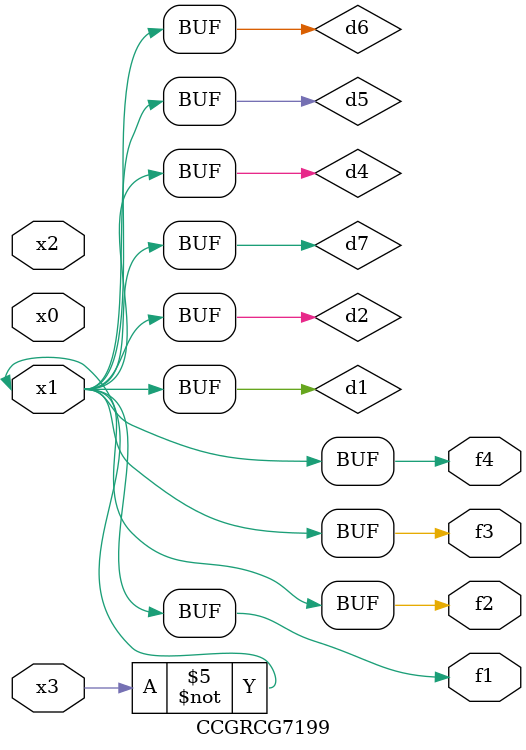
<source format=v>
module CCGRCG7199(
	input x0, x1, x2, x3,
	output f1, f2, f3, f4
);

	wire d1, d2, d3, d4, d5, d6, d7;

	not (d1, x3);
	buf (d2, x1);
	xnor (d3, d1, d2);
	nor (d4, d1);
	buf (d5, d1, d2);
	buf (d6, d4, d5);
	nand (d7, d4);
	assign f1 = d6;
	assign f2 = d7;
	assign f3 = d6;
	assign f4 = d6;
endmodule

</source>
